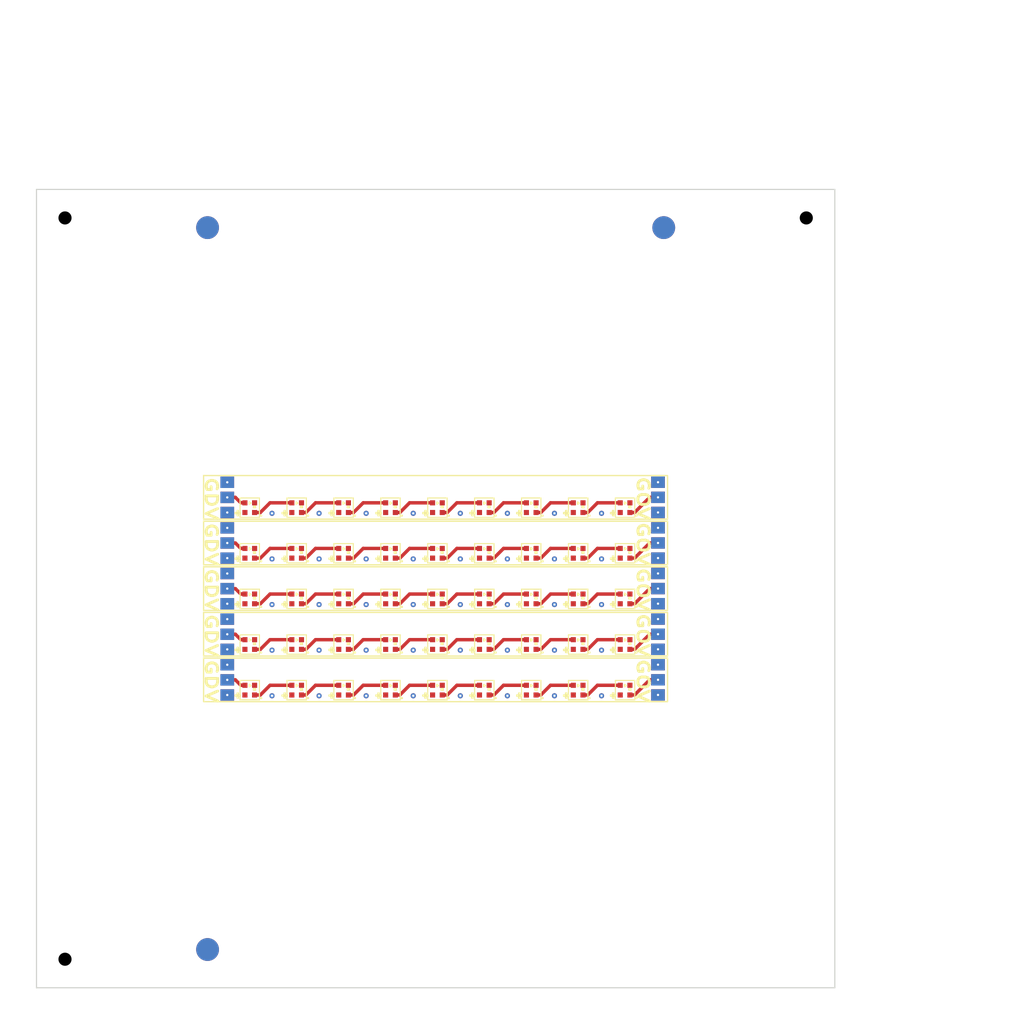
<source format=kicad_pcb>
(kicad_pcb (version 20221018) (generator pcbnew)
  (layers (0 "F.Cu" signal) (31 "B.Cu" signal) (34 "B.Paste" user) (35 "F.Paste" user) (36 "B.SilkS" user "B.Silkscreen") (37 "F.SilkS" user "F.Silkscreen") (38 "B.Mask" user) (39 "F.Mask" user) (44 "Edge.Cuts" user))
  (net 0 "")
  (net 1 "Board_0-+3V3")
  (net 2 "Board_0-GND")
  (net 3 "Board_0-LED_DATA")
  (net 4 "Board_0-LED_OUT")
  (net 5 "Board_0-Net-(U1-DOUT)")
  (net 6 "Board_0-Net-(U2-DOUT)")
  (net 7 "Board_0-Net-(U3-DOUT)")
  (net 8 "Board_0-Net-(U4-DOUT)")
  (net 9 "Board_0-Net-(U5-DOUT)")
  (net 10 "Board_0-Net-(U6-DOUT)")
  (net 11 "Board_0-Net-(U7-DOUT)")
  (net 12 "Board_0-Net-(U8-DOUT)")
  (net 13 "Board_1-+3V3")
  (net 14 "Board_1-GND")
  (net 15 "Board_1-LED_DATA")
  (net 16 "Board_1-LED_OUT")
  (net 17 "Board_1-Net-(U1-DOUT)")
  (net 18 "Board_1-Net-(U2-DOUT)")
  (net 19 "Board_1-Net-(U3-DOUT)")
  (net 20 "Board_1-Net-(U4-DOUT)")
  (net 21 "Board_1-Net-(U5-DOUT)")
  (net 22 "Board_1-Net-(U6-DOUT)")
  (net 23 "Board_1-Net-(U7-DOUT)")
  (net 24 "Board_1-Net-(U8-DOUT)")
  (net 25 "Board_2-+3V3")
  (net 26 "Board_2-GND")
  (net 27 "Board_2-LED_DATA")
  (net 28 "Board_2-LED_OUT")
  (net 29 "Board_2-Net-(U1-DOUT)")
  (net 30 "Board_2-Net-(U2-DOUT)")
  (net 31 "Board_2-Net-(U3-DOUT)")
  (net 32 "Board_2-Net-(U4-DOUT)")
  (net 33 "Board_2-Net-(U5-DOUT)")
  (net 34 "Board_2-Net-(U6-DOUT)")
  (net 35 "Board_2-Net-(U7-DOUT)")
  (net 36 "Board_2-Net-(U8-DOUT)")
  (net 37 "Board_3-+3V3")
  (net 38 "Board_3-GND")
  (net 39 "Board_3-LED_DATA")
  (net 40 "Board_3-LED_OUT")
  (net 41 "Board_3-Net-(U1-DOUT)")
  (net 42 "Board_3-Net-(U2-DOUT)")
  (net 43 "Board_3-Net-(U3-DOUT)")
  (net 44 "Board_3-Net-(U4-DOUT)")
  (net 45 "Board_3-Net-(U5-DOUT)")
  (net 46 "Board_3-Net-(U6-DOUT)")
  (net 47 "Board_3-Net-(U7-DOUT)")
  (net 48 "Board_3-Net-(U8-DOUT)")
  (net 49 "Board_4-+3V3")
  (net 50 "Board_4-GND")
  (net 51 "Board_4-LED_DATA")
  (net 52 "Board_4-LED_OUT")
  (net 53 "Board_4-Net-(U1-DOUT)")
  (net 54 "Board_4-Net-(U2-DOUT)")
  (net 55 "Board_4-Net-(U3-DOUT)")
  (net 56 "Board_4-Net-(U4-DOUT)")
  (net 57 "Board_4-Net-(U5-DOUT)")
  (net 58 "Board_4-Net-(U6-DOUT)")
  (net 59 "Board_4-Net-(U7-DOUT)")
  (net 60 "Board_4-Net-(U8-DOUT)")
  (footprint "kicad_lceda:LED-SMD_4P-L1.0-W1.0-TL_XL-1010RGBC-WS2812B" (layer "F.Cu") (at 144.540663 55.905 180)
    (fp_text reference "U4" hide)
    (fp_text value "XL-1010RGBC-WS2812B")
  )
  (footprint "kicad_lceda:LED-SMD_4P-L1.0-W1.0-TL_XL-1010RGBC-WS2812B" (layer "F.Cu") (at 148.654334 59.905 180)
    (fp_text reference "U5" hide)
    (fp_text value "XL-1010RGBC-WS2812B")
  )
  (footprint "kicad_lceda:TH_Pads_1.2x1_P1.20mml" (layer "F.Cu") (at 130.2275 52.33)
    (fp_text reference "J1" hide)
    (fp_text value "Conn_01x01")
  )
  (footprint "kicad_lceda:LED-SMD_4P-L1.0-W1.0-TL_XL-1010RGBC-WS2812B" (layer "F.Cu") (at 152.768005 63.905 180)
    (fp_text reference "U6" hide)
    (fp_text value "XL-1010RGBC-WS2812B")
  )
  (footprint "kicad_lceda:LED-SMD_4P-L1.0-W1.0-TL_XL-1010RGBC-WS2812B" (layer "F.Cu") (at 144.540663 51.905 180)
    (fp_text reference "U4" hide)
    (fp_text value "XL-1010RGBC-WS2812B")
  )
  (footprint "kicad_lceda:LED-SMD_4P-L1.0-W1.0-TL_XL-1010RGBC-WS2812B" (layer "F.Cu") (at 148.654334 51.905 180)
    (fp_text reference "U5" hide)
    (fp_text value "XL-1010RGBC-WS2812B")
  )
  (footprint "kicad_lceda:LED-SMD_4P-L1.0-W1.0-TL_XL-1010RGBC-WS2812B" (layer "F.Cu") (at 152.768005 51.905 180)
    (fp_text reference "U6" hide)
    (fp_text value "XL-1010RGBC-WS2812B")
  )
  (footprint "kicad_lceda:LED-SMD_4P-L1.0-W1.0-TL_XL-1010RGBC-WS2812B" (layer "F.Cu") (at 136.313321 63.905 180)
    (fp_text reference "U2" hide)
    (fp_text value "XL-1010RGBC-WS2812B")
  )
  (footprint "kicad_lceda:TH_Pads_1.2x1_P1.20mml" (layer "F.Cu") (at 130.2275 49.68 180)
    (fp_text reference "J2" hide)
    (fp_text value "Conn_01x01")
  )
  (footprint "kicad_lceda:LED-SMD_4P-L1.0-W1.0-TL_XL-1010RGBC-WS2812B" (layer "F.Cu") (at 152.768005 59.905 180)
    (fp_text reference "U6" hide)
    (fp_text value "XL-1010RGBC-WS2812B")
  )
  (footprint "kicad_lceda:TH_Pads_1.2x1_P1.20mml" (layer "F.Cu") (at 130.2275 53.68 180)
    (fp_text reference "J2" hide)
    (fp_text value "Conn_01x01")
  )
  (footprint "NPTH" (layer "F.Cu") (at 116 22.5)
    (fp_text reference "REF**" hide)
    (fp_text value "NPTH" hide)
  )
  (footprint "kicad_lceda:LED-SMD_4P-L1.0-W1.0-TL_XL-1010RGBC-WS2812B" (layer "F.Cu") (at 132.19965 63.905 180)
    (fp_text reference "U1" hide)
    (fp_text value "XL-1010RGBC-WS2812B")
  )
  (footprint "kicad_lceda:LED-SMD_4P-L1.0-W1.0-TL_XL-1010RGBC-WS2812B" (layer "F.Cu") (at 160.995347 63.905 180)
    (fp_text reference "U8" hide)
    (fp_text value "XL-1010RGBC-WS2812B")
  )
  (footprint "kicad_lceda:LED-SMD_4P-L1.0-W1.0-TL_XL-1010RGBC-WS2812B" (layer "F.Cu") (at 132.19965 55.905 180)
    (fp_text reference "U1" hide)
    (fp_text value "XL-1010RGBC-WS2812B")
  )
  (footprint "kicad_lceda:TH_Pads_1.2x1_P1.20mml" (layer "F.Cu") (at 167.9975 59)
    (fp_text reference "J4" hide)
    (fp_text value "Conn_01x01")
  )
  (footprint "kicad_lceda:LED-SMD_4P-L1.0-W1.0-TL_XL-1010RGBC-WS2812B" (layer "F.Cu") (at 140.426992 59.905 180)
    (fp_text reference "U3" hide)
    (fp_text value "XL-1010RGBC-WS2812B")
  )
  (footprint "kicad_lceda:LED-SMD_4P-L1.0-W1.0-TL_XL-1010RGBC-WS2812B" (layer "F.Cu") (at 148.654334 47.905 180)
    (fp_text reference "U5" hide)
    (fp_text value "XL-1010RGBC-WS2812B")
  )
  (footprint "kicad_lceda:TH_Pads_1.2x1_P1.20mml" (layer "F.Cu") (at 130.2275 57.68 180)
    (fp_text reference "J2" hide)
    (fp_text value "Conn_01x01")
  )
  (footprint "kicad_lceda:LED-SMD_4P-L1.0-W1.0-TL_XL-1010RGBC-WS2812B" (layer "F.Cu") (at 165.109022 63.905 180)
    (fp_text reference "U9" hide)
    (fp_text value "XL-1010RGBC-WS2812B")
  )
  (footprint "kicad_lceda:TH_Pads_1.2x1_P1.20mml" (layer "F.Cu") (at 130.2275 47.005 180)
    (fp_text reference "J3" hide)
    (fp_text value "Conn_01x01")
  )
  (footprint "kicad_lceda:LED-SMD_4P-L1.0-W1.0-TL_XL-1010RGBC-WS2812B" (layer "F.Cu") (at 144.540663 59.905 180)
    (fp_text reference "U4" hide)
    (fp_text value "XL-1010RGBC-WS2812B")
  )
  (footprint "kicad_lceda:TH_Pads_1.2x1_P1.20mml" (layer "F.Cu") (at 130.2275 64.33)
    (fp_text reference "J1" hide)
    (fp_text value "Conn_01x01")
  )
  (footprint "kicad_lceda:TH_Pads_1.2x1_P1.20mml" (layer "F.Cu") (at 167.9975 64.325)
    (fp_text reference "J5" hide)
    (fp_text value "Conn_01x01")
  )
  (footprint "kicad_lceda:LED-SMD_4P-L1.0-W1.0-TL_XL-1010RGBC-WS2812B" (layer "F.Cu") (at 140.426992 47.905 180)
    (fp_text reference "U3" hide)
    (fp_text value "XL-1010RGBC-WS2812B")
  )
  (footprint "kicad_lceda:LED-SMD_4P-L1.0-W1.0-TL_XL-1010RGBC-WS2812B" (layer "F.Cu") (at 140.426992 63.905 180)
    (fp_text reference "U3" hide)
    (fp_text value "XL-1010RGBC-WS2812B")
  )
  (footprint "kicad_lceda:LED-SMD_4P-L1.0-W1.0-TL_XL-1010RGBC-WS2812B" (layer "F.Cu") (at 144.540663 47.905 180)
    (fp_text reference "U4" hide)
    (fp_text value "XL-1010RGBC-WS2812B")
  )
  (footprint "kicad_lceda:LED-SMD_4P-L1.0-W1.0-TL_XL-1010RGBC-WS2812B" (layer "F.Cu") (at 165.109022 51.905 180)
    (fp_text reference "U9" hide)
    (fp_text value "XL-1010RGBC-WS2812B")
  )
  (footprint "kicad_lceda:TH_Pads_1.2x1_P1.20mml" (layer "F.Cu") (at 167.9975 49.675)
    (fp_text reference "J6" hide)
    (fp_text value "Conn_01x01")
  )
  (footprint "kicad_lceda:LED-SMD_4P-L1.0-W1.0-TL_XL-1010RGBC-WS2812B" (layer "F.Cu") (at 160.995347 59.905 180)
    (fp_text reference "U8" hide)
    (fp_text value "XL-1010RGBC-WS2812B")
  )
  (footprint "kicad_lceda:TH_Pads_1.2x1_P1.20mml" (layer "F.Cu") (at 167.9975 48.325)
    (fp_text reference "J5" hide)
    (fp_text value "Conn_01x01")
  )
  (footprint "kicad_lceda:LED-SMD_4P-L1.0-W1.0-TL_XL-1010RGBC-WS2812B" (layer "F.Cu") (at 136.313321 51.905 180)
    (fp_text reference "U2" hide)
    (fp_text value "XL-1010RGBC-WS2812B")
  )
  (footprint "kicad_lceda:TH_Pads_1.2x1_P1.20mml" (layer "F.Cu") (at 167.9975 63)
    (fp_text reference "J4" hide)
    (fp_text value "Conn_01x01")
  )
  (footprint "kicad_lceda:LED-SMD_4P-L1.0-W1.0-TL_XL-1010RGBC-WS2812B" (layer "F.Cu") (at 156.881676 59.905 180)
    (fp_text reference "U7" hide)
    (fp_text value "XL-1010RGBC-WS2812B")
  )
  (footprint "kicad_lceda:LED-SMD_4P-L1.0-W1.0-TL_XL-1010RGBC-WS2812B" (layer "F.Cu") (at 156.881676 63.905 180)
    (fp_text reference "U7" hide)
    (fp_text value "XL-1010RGBC-WS2812B")
  )
  (footprint "kicad_lceda:LED-SMD_4P-L1.0-W1.0-TL_XL-1010RGBC-WS2812B" (layer "F.Cu") (at 160.995347 47.905 180)
    (fp_text reference "U8" hide)
    (fp_text value "XL-1010RGBC-WS2812B")
  )
  (footprint "kicad_lceda:TH_Pads_1.2x1_P1.20mml" (layer "F.Cu") (at 130.2275 48.33)
    (fp_text reference "J1" hide)
    (fp_text value "Conn_01x01")
  )
  (footprint "Fiducial" (layer "F.Cu") (at 168.5 23.35)
    (fp_text reference "REF**" hide)
    (fp_text value "Fiducial" hide)
  )
  (footprint "kicad_lceda:LED-SMD_4P-L1.0-W1.0-TL_XL-1010RGBC-WS2812B" (layer "F.Cu") (at 136.313321 59.905 180)
    (fp_text reference "U2" hide)
    (fp_text value "XL-1010RGBC-WS2812B")
  )
  (footprint "kicad_lceda:LED-SMD_4P-L1.0-W1.0-TL_XL-1010RGBC-WS2812B" (layer "F.Cu") (at 165.109022 55.905 180)
    (fp_text reference "U9" hide)
    (fp_text value "XL-1010RGBC-WS2812B")
  )
  (footprint "kicad_lceda:LED-SMD_4P-L1.0-W1.0-TL_XL-1010RGBC-WS2812B" (layer "F.Cu") (at 140.426992 55.905 180)
    (fp_text reference "U3" hide)
    (fp_text value "XL-1010RGBC-WS2812B")
  )
  (footprint "kicad_lceda:LED-SMD_4P-L1.0-W1.0-TL_XL-1010RGBC-WS2812B" (layer "F.Cu") (at 148.654334 63.905 180)
    (fp_text reference "U5" hide)
    (fp_text value "XL-1010RGBC-WS2812B")
  )
  (footprint "kicad_lceda:TH_Pads_1.2x1_P1.20mml" (layer "F.Cu") (at 130.2275 51.005 180)
    (fp_text reference "J3" hide)
    (fp_text value "Conn_01x01")
  )
  (footprint "Fiducial" (layer "F.Cu") (at 128.5 86.65)
    (fp_text reference "REF**" hide)
    (fp_text value "Fiducial" hide)
  )
  (footprint "kicad_lceda:TH_Pads_1.2x1_P1.20mml" (layer "F.Cu") (at 130.2275 45.68 180)
    (fp_text reference "J2" hide)
    (fp_text value "Conn_01x01")
  )
  (footprint "NPTH" (layer "F.Cu") (at 181 22.5)
    (fp_text reference "REF**" hide)
    (fp_text value "NPTH" hide)
  )
  (footprint "kicad_lceda:LED-SMD_4P-L1.0-W1.0-TL_XL-1010RGBC-WS2812B" (layer "F.Cu") (at 165.109022 47.905 180)
    (fp_text reference "U9" hide)
    (fp_text value "XL-1010RGBC-WS2812B")
  )
  (footprint "kicad_lceda:TH_Pads_1.2x1_P1.20mml" (layer "F.Cu") (at 167.9975 60.325)
    (fp_text reference "J5" hide)
    (fp_text value "Conn_01x01")
  )
  (footprint "kicad_lceda:TH_Pads_1.2x1_P1.20mml" (layer "F.Cu") (at 167.9975 56.325)
    (fp_text reference "J5" hide)
    (fp_text value "Conn_01x01")
  )
  (footprint "kicad_lceda:TH_Pads_1.2x1_P1.20mml" (layer "F.Cu") (at 130.2275 55.005 180)
    (fp_text reference "J3" hide)
    (fp_text value "Conn_01x01")
  )
  (footprint "kicad_lceda:TH_Pads_1.2x1_P1.20mml" (layer "F.Cu") (at 167.9975 51)
    (fp_text reference "J4" hide)
    (fp_text value "Conn_01x01")
  )
  (footprint "kicad_lceda:TH_Pads_1.2x1_P1.20mml" (layer "F.Cu") (at 167.9975 45.675)
    (fp_text reference "J6" hide)
    (fp_text value "Conn_01x01")
  )
  (footprint "kicad_lceda:TH_Pads_1.2x1_P1.20mml" (layer "F.Cu") (at 167.9975 53.675)
    (fp_text reference "J6" hide)
    (fp_text value "Conn_01x01")
  )
  (footprint "NPTH" (layer "F.Cu") (at 116 87.5)
    (fp_text reference "REF**" hide)
    (fp_text value "NPTH" hide)
  )
  (footprint "kicad_lceda:TH_Pads_1.2x1_P1.20mml" (layer "F.Cu") (at 130.2275 59.005 180)
    (fp_text reference "J3" hide)
    (fp_text value "Conn_01x01")
  )
  (footprint "kicad_lceda:LED-SMD_4P-L1.0-W1.0-TL_XL-1010RGBC-WS2812B" (layer "F.Cu") (at 148.654334 55.905 180)
    (fp_text reference "U5" hide)
    (fp_text value "XL-1010RGBC-WS2812B")
  )
  (footprint "kicad_lceda:LED-SMD_4P-L1.0-W1.0-TL_XL-1010RGBC-WS2812B" (layer "F.Cu") (at 165.109022 59.905 180)
    (fp_text reference "U9" hide)
    (fp_text value "XL-1010RGBC-WS2812B")
  )
  (footprint "kicad_lceda:TH_Pads_1.2x1_P1.20mml" (layer "F.Cu") (at 130.2275 60.33)
    (fp_text reference "J1" hide)
    (fp_text value "Conn_01x01")
  )
  (footprint "kicad_lceda:LED-SMD_4P-L1.0-W1.0-TL_XL-1010RGBC-WS2812B" (layer "F.Cu") (at 156.881676 55.905 180)
    (fp_text reference "U7" hide)
    (fp_text value "XL-1010RGBC-WS2812B")
  )
  (footprint "kicad_lceda:LED-SMD_4P-L1.0-W1.0-TL_XL-1010RGBC-WS2812B" (layer "F.Cu") (at 160.995347 55.905 180)
    (fp_text reference "U8" hide)
    (fp_text value "XL-1010RGBC-WS2812B")
  )
  (footprint "kicad_lceda:TH_Pads_1.2x1_P1.20mml" (layer "F.Cu") (at 130.2275 61.68 180)
    (fp_text reference "J2" hide)
    (fp_text value "Conn_01x01")
  )
  (footprint "kicad_lceda:TH_Pads_1.2x1_P1.20mml" (layer "F.Cu") (at 167.9975 61.675)
    (fp_text reference "J6" hide)
    (fp_text value "Conn_01x01")
  )
  (footprint "kicad_lceda:TH_Pads_1.2x1_P1.20mml" (layer "F.Cu") (at 130.2275 63.005 180)
    (fp_text reference "J3" hide)
    (fp_text value "Conn_01x01")
  )
  (footprint "kicad_lceda:LED-SMD_4P-L1.0-W1.0-TL_XL-1010RGBC-WS2812B" (layer "F.Cu") (at 160.995347 51.905 180)
    (fp_text reference "U8" hide)
    (fp_text value "XL-1010RGBC-WS2812B")
  )
  (footprint "kicad_lceda:LED-SMD_4P-L1.0-W1.0-TL_XL-1010RGBC-WS2812B" (layer "F.Cu") (at 140.426992 51.905 180)
    (fp_text reference "U3" hide)
    (fp_text value "XL-1010RGBC-WS2812B")
  )
  (footprint "kicad_lceda:LED-SMD_4P-L1.0-W1.0-TL_XL-1010RGBC-WS2812B" (layer "F.Cu") (at 152.768005 47.905 180)
    (fp_text reference "U6" hide)
    (fp_text value "XL-1010RGBC-WS2812B")
  )
  (footprint "kicad_lceda:LED-SMD_4P-L1.0-W1.0-TL_XL-1010RGBC-WS2812B" (layer "F.Cu") (at 136.313321 47.905 180)
    (fp_text reference "U2" hide)
    (fp_text value "XL-1010RGBC-WS2812B")
  )
  (footprint "kicad_lceda:LED-SMD_4P-L1.0-W1.0-TL_XL-1010RGBC-WS2812B" (layer "F.Cu") (at 156.881676 47.905 180)
    (fp_text reference "U7" hide)
    (fp_text value "XL-1010RGBC-WS2812B")
  )
  (footprint "kicad_lceda:TH_Pads_1.2x1_P1.20mml" (layer "F.Cu") (at 167.9975 55)
    (fp_text reference "J4" hide)
    (fp_text value "Conn_01x01")
  )
  (footprint "kicad_lceda:TH_Pads_1.2x1_P1.20mml" (layer "F.Cu") (at 167.9975 47)
    (fp_text reference "J4" hide)
    (fp_text value "Conn_01x01")
  )
  (footprint "Fiducial" (layer "F.Cu") (at 128.5 23.35)
    (fp_text reference "REF**" hide)
    (fp_text value "Fiducial" hide)
  )
  (footprint "kicad_lceda:TH_Pads_1.2x1_P1.20mml" (layer "F.Cu") (at 130.2275 56.33)
    (fp_text reference "J1" hide)
    (fp_text value "Conn_01x01")
  )
  (footprint "kicad_lceda:LED-SMD_4P-L1.0-W1.0-TL_XL-1010RGBC-WS2812B" (layer "F.Cu") (at 152.768005 55.905 180)
    (fp_text reference "U6" hide)
    (fp_text value "XL-1010RGBC-WS2812B")
  )
  (footprint "kicad_lceda:LED-SMD_4P-L1.0-W1.0-TL_XL-1010RGBC-WS2812B" (layer "F.Cu") (at 136.313321 55.905 180)
    (fp_text reference "U2" hide)
    (fp_text value "XL-1010RGBC-WS2812B")
  )
  (footprint "kicad_lceda:LED-SMD_4P-L1.0-W1.0-TL_XL-1010RGBC-WS2812B" (layer "F.Cu") (at 144.540663 63.905 180)
    (fp_text reference "U4" hide)
    (fp_text value "XL-1010RGBC-WS2812B")
  )
  (footprint "kicad_lceda:LED-SMD_4P-L1.0-W1.0-TL_XL-1010RGBC-WS2812B" (layer "F.Cu") (at 132.19965 47.905 180)
    (fp_text reference "U1" hide)
    (fp_text value "XL-1010RGBC-WS2812B")
  )
  (footprint "kicad_lceda:LED-SMD_4P-L1.0-W1.0-TL_XL-1010RGBC-WS2812B" (layer "F.Cu") (at 132.19965 59.905 180)
    (fp_text reference "U1" hide)
    (fp_text value "XL-1010RGBC-WS2812B")
  )
  (footprint "kicad_lceda:LED-SMD_4P-L1.0-W1.0-TL_XL-1010RGBC-WS2812B" (layer "F.Cu") (at 132.19965 51.905 180)
    (fp_text reference "U1" hide)
    (fp_text value "XL-1010RGBC-WS2812B")
  )
  (footprint "kicad_lceda:TH_Pads_1.2x1_P1.20mml" (layer "F.Cu") (at 167.9975 52.325)
    (fp_text reference "J5" hide)
    (fp_text value "Conn_01x01")
  )
  (footprint "kicad_lceda:LED-SMD_4P-L1.0-W1.0-TL_XL-1010RGBC-WS2812B" (layer "F.Cu") (at 156.881676 51.905 180)
    (fp_text reference "U7" hide)
    (fp_text value "XL-1010RGBC-WS2812B")
  )
  (footprint "kicad_lceda:TH_Pads_1.2x1_P1.20mml" (layer "F.Cu") (at 167.9975 57.675)
    (fp_text reference "J6" hide)
    (fp_text value "Conn_01x01")
  )
  (footprint "Fiducial" (layer "B.Cu") (at 128.5 86.65)
    (fp_text reference "REF**" hide)
    (fp_text value "Fiducial" hide)
  )
  (footprint "Fiducial" (layer "B.Cu") (at 168.5 23.35)
    (fp_text reference "REF**" hide)
    (fp_text value "Fiducial" hide)
  )
  (footprint "Fiducial" (layer "B.Cu") (at 128.5 23.35)
    (fp_text reference "REF**" hide)
    (fp_text value "Fiducial" hide)
  )
  (gr_rect (start 128.1525 53.09) (end 168.8325 56.915) (stroke (width 0.12)) (fill none) (layer "F.SilkS"))
  (gr_rect (start 128.1525 57.09) (end 168.8325 60.915) (stroke (width 0.12)) (fill none) (layer "F.SilkS"))
  (gr_rect (start 128.1525 45.09) (end 168.8325 48.915) (stroke (width 0.12)) (fill none) (layer "F.SilkS"))
  (gr_rect (start 128.1525 61.09) (end 168.8325 64.915) (stroke (width 0.12)) (fill none) (layer "F.SilkS"))
  (gr_rect (start 128.1525 49.09) (end 168.8325 52.915) (stroke (width 0.12)) (fill none) (layer "F.SilkS"))
  (gr_line (start 113.5 90) (end 183.5 90) (stroke (width 0.1)) (layer "Edge.Cuts"))
  (gr_line (start 183.5 20) (end 113.5 20) (stroke (width 0.1)) (layer "Edge.Cuts"))
  (gr_line (start 113.5 20) (end 113.5 90) (stroke (width 0.1)) (layer "Edge.Cuts"))
  (gr_line (start 183.5 90) (end 183.5 20) (stroke (width 0.1)) (layer "Edge.Cuts"))
  (gr_line (start 113.5 90) (end 113.5 90) (stroke (width 0.1)) (layer "Edge.Cuts"))
  (gr_text "GDV" (at 128.2475 57.1 -90) (layer "F.SilkS") (effects (font (size 1 1.3) (thickness 0.25) bold) (justify left bottom)))
  (gr_text "GOV" (at 166.0975 45.04 -90) (layer "F.SilkS") (effects (font (size 1 1.3) (thickness 0.25) bold) (justify left bottom)))
  (gr_text "GOV" (at 166.0975 61.04 -90) (layer "F.SilkS") (effects (font (size 1 1.3) (thickness 0.25) bold) (justify left bottom)))
  (gr_text "GDV" (at 128.2475 45.1 -90) (layer "F.SilkS") (effects (font (size 1 1.3) (thickness 0.25) bold) (justify left bottom)))
  (gr_text "GOV" (at 166.0975 53.04 -90) (layer "F.SilkS") (effects (font (size 1 1.3) (thickness 0.25) bold) (justify left bottom)))
  (gr_text "GDV" (at 128.2475 53.1 -90) (layer "F.SilkS") (effects (font (size 1 1.3) (thickness 0.25) bold) (justify left bottom)))
  (gr_text "GDV" (at 128.2475 61.1 -90) (layer "F.SilkS") (effects (font (size 1 1.3) (thickness 0.25) bold) (justify left bottom)))
  (gr_text "GDV" (at 128.2475 49.1 -90) (layer "F.SilkS") (effects (font (size 1 1.3) (thickness 0.25) bold) (justify left bottom)))
  (gr_text "GOV" (at 166.0975 57.04 -90) (layer "F.SilkS") (effects (font (size 1 1.3) (thickness 0.25) bold) (justify left bottom)))
  (gr_text "GOV" (at 166.0975 49.04 -90) (layer "F.SilkS") (effects (font (size 1 1.3) (thickness 0.25) bold) (justify left bottom)))
  (via (at 134.150663 48.4) (size 0.45) (drill 0.2) (layers "F.Cu" "B.Cu") (net 1))
  (via (at 163.045663 48.4) (size 0.45) (drill 0.2) (layers "F.Cu" "B.Cu") (net 1))
  (via (at 150.662091 48.4) (size 0.45) (drill 0.2) (layers "F.Cu" "B.Cu") (net 1))
  (via (at 146.534234 48.4) (size 0.45) (drill 0.2) (layers "F.Cu" "B.Cu") (net 1))
  (via (at 138.27852 48.4) (size 0.45) (drill 0.2) (layers "F.Cu" "B.Cu") (net 1))
  (via (at 154.789948 48.4) (size 0.45) (drill 0.2) (layers "F.Cu" "B.Cu") (net 1))
  (via (at 158.917805 48.4) (size 0.45) (drill 0.2) (layers "F.Cu" "B.Cu") (net 1))
  (via (at 142.406377 48.4) (size 0.45) (drill 0.2) (layers "F.Cu" "B.Cu") (net 1))
  (segment (start 131.415663 47.48) (end 131.77465 47.48) (width 0.3) (layer "F.Cu") (net 3))
  (segment (start 130.2275 47.005) (end 130.940663 47.005) (width 0.3) (layer "F.Cu") (net 3))
  (segment (start 130.940663 47.005) (end 131.415663 47.48) (width 0.3) (layer "F.Cu") (net 3))
  (segment (start 167.270663 47) (end 167.9975 47) (width 0.3) (layer "F.Cu") (net 4))
  (segment (start 165.534022 48.33) (end 165.940663 48.33) (width 0.3) (layer "F.Cu") (net 4))
  (segment (start 165.940663 48.33) (end 167.270663 47) (width 0.3) (layer "F.Cu") (net 4))
  (segment (start 133.125663 48.33) (end 133.975663 47.48) (width 0.3) (layer "F.Cu") (net 5))
  (segment (start 133.975663 47.48) (end 135.888321 47.48) (width 0.3) (layer "F.Cu") (net 5))
  (segment (start 132.62465 48.33) (end 133.125663 48.33) (width 0.3) (layer "F.Cu") (net 5))
  (segment (start 137.965663 47.48) (end 140.001992 47.48) (width 0.3) (layer "F.Cu") (net 6))
  (segment (start 137.115663 48.33) (end 137.965663 47.48) (width 0.3) (layer "F.Cu") (net 6))
  (segment (start 136.738321 48.33) (end 137.115663 48.33) (width 0.3) (layer "F.Cu") (net 6))
  (segment (start 142.145663 47.48) (end 144.115663 47.48) (width 0.3) (layer "F.Cu") (net 7))
  (segment (start 140.851992 48.33) (end 141.295663 48.33) (width 0.3) (layer "F.Cu") (net 7))
  (segment (start 141.295663 48.33) (end 142.145663 47.48) (width 0.3) (layer "F.Cu") (net 7))
  (segment (start 145.360663 48.33) (end 146.210663 47.48) (width 0.3) (layer "F.Cu") (net 8))
  (segment (start 146.210663 47.48) (end 148.229334 47.48) (width 0.3) (layer "F.Cu") (net 8))
  (segment (start 144.965663 48.33) (end 145.360663 48.33) (width 0.3) (layer "F.Cu") (net 8))
  (segment (start 149.079334 48.33) (end 149.510663 48.33) (width 0.3) (layer "F.Cu") (net 9))
  (segment (start 150.360663 47.48) (end 152.343005 47.48) (width 0.3) (layer "F.Cu") (net 9))
  (segment (start 149.510663 48.33) (end 150.360663 47.48) (width 0.3) (layer "F.Cu") (net 9))
  (segment (start 154.450663 47.48) (end 156.456676 47.48) (width 0.3) (layer "F.Cu") (net 10))
  (segment (start 153.193005 48.33) (end 153.600663 48.33) (width 0.3) (layer "F.Cu") (net 10))
  (segment (start 153.600663 48.33) (end 154.450663 47.48) (width 0.3) (layer "F.Cu") (net 10))
  (segment (start 157.306676 48.33) (end 157.720663 48.33) (width 0.3) (layer "F.Cu") (net 11))
  (segment (start 157.720663 48.33) (end 158.570663 47.48) (width 0.3) (layer "F.Cu") (net 11))
  (segment (start 158.570663 47.48) (end 160.570347 47.48) (width 0.3) (layer "F.Cu") (net 11))
  (segment (start 161.835663 48.33) (end 162.685663 47.48) (width 0.3) (layer "F.Cu") (net 12))
  (segment (start 162.685663 47.48) (end 164.684022 47.48) (width 0.3) (layer "F.Cu") (net 12))
  (segment (start 161.420347 48.33) (end 161.835663 48.33) (width 0.3) (layer "F.Cu") (net 12))
  (via (at 150.662091 52.4) (size 0.45) (drill 0.2) (layers "F.Cu" "B.Cu") (net 13))
  (via (at 158.917805 52.4) (size 0.45) (drill 0.2) (layers "F.Cu" "B.Cu") (net 13))
  (via (at 146.534234 52.4) (size 0.45) (drill 0.2) (layers "F.Cu" "B.Cu") (net 13))
  (via (at 138.27852 52.4) (size 0.45) (drill 0.2) (layers "F.Cu" "B.Cu") (net 13))
  (via (at 154.789948 52.4) (size 0.45) (drill 0.2) (layers "F.Cu" "B.Cu") (net 13))
  (via (at 142.406377 52.4) (size 0.45) (drill 0.2) (layers "F.Cu" "B.Cu") (net 13))
  (via (at 163.045663 52.4) (size 0.45) (drill 0.2) (layers "F.Cu" "B.Cu") (net 13))
  (via (at 134.150663 52.4) (size 0.45) (drill 0.2) (layers "F.Cu" "B.Cu") (net 13))
  (segment (start 131.415663 51.48) (end 131.77465 51.48) (width 0.3) (layer "F.Cu") (net 15))
  (segment (start 130.940663 51.005) (end 131.415663 51.48) (width 0.3) (layer "F.Cu") (net 15))
  (segment (start 130.2275 51.005) (end 130.940663 51.005) (width 0.3) (layer "F.Cu") (net 15))
  (segment (start 165.534022 52.33) (end 165.940663 52.33) (width 0.3) (layer "F.Cu") (net 16))
  (segment (start 165.940663 52.33) (end 167.270663 51) (width 0.3) (layer "F.Cu") (net 16))
  (segment (start 167.270663 51) (end 167.9975 51) (width 0.3) (layer "F.Cu") (net 16))
  (segment (start 133.975663 51.48) (end 135.888321 51.48) (width 0.3) (layer "F.Cu") (net 17))
  (segment (start 132.62465 52.33) (end 133.125663 52.33) (width 0.3) (layer "F.Cu") (net 17))
  (segment (start 133.125663 52.33) (end 133.975663 51.48) (width 0.3) (layer "F.Cu") (net 17))
  (segment (start 137.965663 51.48) (end 140.001992 51.48) (width 0.3) (layer "F.Cu") (net 18))
  (segment (start 137.115663 52.33) (end 137.965663 51.48) (width 0.3) (layer "F.Cu") (net 18))
  (segment (start 136.738321 52.33) (end 137.115663 52.33) (width 0.3) (layer "F.Cu") (net 18))
  (segment (start 141.295663 52.33) (end 142.145663 51.48) (width 0.3) (layer "F.Cu") (net 19))
  (segment (start 142.145663 51.48) (end 144.115663 51.48) (width 0.3) (layer "F.Cu") (net 19))
  (segment (start 140.851992 52.33) (end 141.295663 52.33) (width 0.3) (layer "F.Cu") (net 19))
  (segment (start 144.965663 52.33) (end 145.360663 52.33) (width 0.3) (layer "F.Cu") (net 20))
  (segment (start 145.360663 52.33) (end 146.210663 51.48) (width 0.3) (layer "F.Cu") (net 20))
  (segment (start 146.210663 51.48) (end 148.229334 51.48) (width 0.3) (layer "F.Cu") (net 20))
  (segment (start 149.079334 52.33) (end 149.510663 52.33) (width 0.3) (layer "F.Cu") (net 21))
  (segment (start 150.360663 51.48) (end 152.343005 51.48) (width 0.3) (layer "F.Cu") (net 21))
  (segment (start 149.510663 52.33) (end 150.360663 51.48) (width 0.3) (layer "F.Cu") (net 21))
  (segment (start 153.600663 52.33) (end 154.450663 51.48) (width 0.3) (layer "F.Cu") (net 22))
  (segment (start 154.450663 51.48) (end 156.456676 51.48) (width 0.3) (layer "F.Cu") (net 22))
  (segment (start 153.193005 52.33) (end 153.600663 52.33) (width 0.3) (layer "F.Cu") (net 22))
  (segment (start 157.306676 52.33) (end 157.720663 52.33) (width 0.3) (layer "F.Cu") (net 23))
  (segment (start 158.570663 51.48) (end 160.570347 51.48) (width 0.3) (layer "F.Cu") (net 23))
  (segment (start 157.720663 52.33) (end 158.570663 51.48) (width 0.3) (layer "F.Cu") (net 23))
  (segment (start 162.685663 51.48) (end 164.684022 51.48) (width 0.3) (layer "F.Cu") (net 24))
  (segment (start 161.420347 52.33) (end 161.835663 52.33) (width 0.3) (layer "F.Cu") (net 24))
  (segment (start 161.835663 52.33) (end 162.685663 51.48) (width 0.3) (layer "F.Cu") (net 24))
  (via (at 146.534234 56.4) (size 0.45) (drill 0.2) (layers "F.Cu" "B.Cu") (net 25))
  (via (at 158.917805 56.4) (size 0.45) (drill 0.2) (layers "F.Cu" "B.Cu") (net 25))
  (via (at 150.662091 56.4) (size 0.45) (drill 0.2) (layers "F.Cu" "B.Cu") (net 25))
  (via (at 134.150663 56.4) (size 0.45) (drill 0.2) (layers "F.Cu" "B.Cu") (net 25))
  (via (at 154.789948 56.4) (size 0.45) (drill 0.2) (layers "F.Cu" "B.Cu") (net 25))
  (via (at 142.406377 56.4) (size 0.45) (drill 0.2) (layers "F.Cu" "B.Cu") (net 25))
  (via (at 163.045663 56.4) (size 0.45) (drill 0.2) (layers "F.Cu" "B.Cu") (net 25))
  (via (at 138.27852 56.4) (size 0.45) (drill 0.2) (layers "F.Cu" "B.Cu") (net 25))
  (segment (start 131.415663 55.48) (end 131.77465 55.48) (width 0.3) (layer "F.Cu") (net 27))
  (segment (start 130.2275 55.005) (end 130.940663 55.005) (width 0.3) (layer "F.Cu") (net 27))
  (segment (start 130.940663 55.005) (end 131.415663 55.48) (width 0.3) (layer "F.Cu") (net 27))
  (segment (start 165.940663 56.33) (end 167.270663 55) (width 0.3) (layer "F.Cu") (net 28))
  (segment (start 165.534022 56.33) (end 165.940663 56.33) (width 0.3) (layer "F.Cu") (net 28))
  (segment (start 167.270663 55) (end 167.9975 55) (width 0.3) (layer "F.Cu") (net 28))
  (segment (start 133.975663 55.48) (end 135.888321 55.48) (width 0.3) (layer "F.Cu") (net 29))
  (segment (start 133.125663 56.33) (end 133.975663 55.48) (width 0.3) (layer "F.Cu") (net 29))
  (segment (start 132.62465 56.33) (end 133.125663 56.33) (width 0.3) (layer "F.Cu") (net 29))
  (segment (start 137.115663 56.33) (end 137.965663 55.48) (width 0.3) (layer "F.Cu") (net 30))
  (segment (start 136.738321 56.33) (end 137.115663 56.33) (width 0.3) (layer "F.Cu") (net 30))
  (segment (start 137.965663 55.48) (end 140.001992 55.48) (width 0.3) (layer "F.Cu") (net 30))
  (segment (start 141.295663 56.33) (end 142.145663 55.48) (width 0.3) (layer "F.Cu") (net 31))
  (segment (start 140.851992 56.33) (end 141.295663 56.33) (width 0.3) (layer "F.Cu") (net 31))
  (segment (start 142.145663 55.48) (end 144.115663 55.48) (width 0.3) (layer "F.Cu") (net 31))
  (segment (start 144.965663 56.33) (end 145.360663 56.33) (width 0.3) (layer "F.Cu") (net 32))
  (segment (start 145.360663 56.33) (end 146.210663 55.48) (width 0.3) (layer "F.Cu") (net 32))
  (segment (start 146.210663 55.48) (end 148.229334 55.48) (width 0.3) (layer "F.Cu") (net 32))
  (segment (start 149.510663 56.33) (end 150.360663 55.48) (width 0.3) (layer "F.Cu") (net 33))
  (segment (start 150.360663 55.48) (end 152.343005 55.48) (width 0.3) (layer "F.Cu") (net 33))
  (segment (start 149.079334 56.33) (end 149.510663 56.33) (width 0.3) (layer "F.Cu") (net 33))
  (segment (start 154.450663 55.48) (end 156.456676 55.48) (width 0.3) (layer "F.Cu") (net 34))
  (segment (start 153.600663 56.33) (end 154.450663 55.48) (width 0.3) (layer "F.Cu") (net 34))
  (segment (start 153.193005 56.33) (end 153.600663 56.33) (width 0.3) (layer "F.Cu") (net 34))
  (segment (start 158.570663 55.48) (end 160.570347 55.48) (width 0.3) (layer "F.Cu") (net 35))
  (segment (start 157.720663 56.33) (end 158.570663 55.48) (width 0.3) (layer "F.Cu") (net 35))
  (segment (start 157.306676 56.33) (end 157.720663 56.33) (width 0.3) (layer "F.Cu") (net 35))
  (segment (start 161.420347 56.33) (end 161.835663 56.33) (width 0.3) (layer "F.Cu") (net 36))
  (segment (start 162.685663 55.48) (end 164.684022 55.48) (width 0.3) (layer "F.Cu") (net 36))
  (segment (start 161.835663 56.33) (end 162.685663 55.48) (width 0.3) (layer "F.Cu") (net 36))
  (via (at 142.406377 60.4) (size 0.45) (drill 0.2) (layers "F.Cu" "B.Cu") (net 37))
  (via (at 154.789948 60.4) (size 0.45) (drill 0.2) (layers "F.Cu" "B.Cu") (net 37))
  (via (at 134.150663 60.4) (size 0.45) (drill 0.2) (layers "F.Cu" "B.Cu") (net 37))
  (via (at 146.534234 60.4) (size 0.45) (drill 0.2) (layers "F.Cu" "B.Cu") (net 37))
  (via (at 163.045663 60.4) (size 0.45) (drill 0.2) (layers "F.Cu" "B.Cu") (net 37))
  (via (at 150.662091 60.4) (size 0.45) (drill 0.2) (layers "F.Cu" "B.Cu") (net 37))
  (via (at 158.917805 60.4) (size 0.45) (drill 0.2) (layers "F.Cu" "B.Cu") (net 37))
  (via (at 138.27852 60.4) (size 0.45) (drill 0.2) (layers "F.Cu" "B.Cu") (net 37))
  (segment (start 130.2275 59.005) (end 130.940663 59.005) (width 0.3) (layer "F.Cu") (net 39))
  (segment (start 130.940663 59.005) (end 131.415663 59.48) (width 0.3) (layer "F.Cu") (net 39))
  (segment (start 131.415663 59.48) (end 131.77465 59.48) (width 0.3) (layer "F.Cu") (net 39))
  (segment (start 165.534022 60.33) (end 165.940663 60.33) (width 0.3) (layer "F.Cu") (net 40))
  (segment (start 167.270663 59) (end 167.9975 59) (width 0.3) (layer "F.Cu") (net 40))
  (segment (start 165.940663 60.33) (end 167.270663 59) (width 0.3) (layer "F.Cu") (net 40))
  (segment (start 132.62465 60.33) (end 133.125663 60.33) (width 0.3) (layer "F.Cu") (net 41))
  (segment (start 133.125663 60.33) (end 133.975663 59.48) (width 0.3) (layer "F.Cu") (net 41))
  (segment (start 133.975663 59.48) (end 135.888321 59.48) (width 0.3) (layer "F.Cu") (net 41))
  (segment (start 137.965663 59.48) (end 140.001992 59.48) (width 0.3) (layer "F.Cu") (net 42))
  (segment (start 136.738321 60.33) (end 137.115663 60.33) (width 0.3) (layer "F.Cu") (net 42))
  (segment (start 137.115663 60.33) (end 137.965663 59.48) (width 0.3) (layer "F.Cu") (net 42))
  (segment (start 141.295663 60.33) (end 142.145663 59.48) (width 0.3) (layer "F.Cu") (net 43))
  (segment (start 140.851992 60.33) (end 141.295663 60.33) (width 0.3) (layer "F.Cu") (net 43))
  (segment (start 142.145663 59.48) (end 144.115663 59.48) (width 0.3) (layer "F.Cu") (net 43))
  (segment (start 144.965663 60.33) (end 145.360663 60.33) (width 0.3) (layer "F.Cu") (net 44))
  (segment (start 145.360663 60.33) (end 146.210663 59.48) (width 0.3) (layer "F.Cu") (net 44))
  (segment (start 146.210663 59.48) (end 148.229334 59.48) (width 0.3) (layer "F.Cu") (net 44))
  (segment (start 149.510663 60.33) (end 150.360663 59.48) (width 0.3) (layer "F.Cu") (net 45))
  (segment (start 149.079334 60.33) (end 149.510663 60.33) (width 0.3) (layer "F.Cu") (net 45))
  (segment (start 150.360663 59.48) (end 152.343005 59.48) (width 0.3) (layer "F.Cu") (net 45))
  (segment (start 153.193005 60.33) (end 153.600663 60.33) (width 0.3) (layer "F.Cu") (net 46))
  (segment (start 154.450663 59.48) (end 156.456676 59.48) (width 0.3) (layer "F.Cu") (net 46))
  (segment (start 153.600663 60.33) (end 154.450663 59.48) (width 0.3) (layer "F.Cu") (net 46))
  (segment (start 157.306676 60.33) (end 157.720663 60.33) (width 0.3) (layer "F.Cu") (net 47))
  (segment (start 158.570663 59.48) (end 160.570347 59.48) (width 0.3) (layer "F.Cu") (net 47))
  (segment (start 157.720663 60.33) (end 158.570663 59.48) (width 0.3) (layer "F.Cu") (net 47))
  (segment (start 161.835663 60.33) (end 162.685663 59.48) (width 0.3) (layer "F.Cu") (net 48))
  (segment (start 161.420347 60.33) (end 161.835663 60.33) (width 0.3) (layer "F.Cu") (net 48))
  (segment (start 162.685663 59.48) (end 164.684022 59.48) (width 0.3) (layer "F.Cu") (net 48))
  (via (at 150.662091 64.4) (size 0.45) (drill 0.2) (layers "F.Cu" "B.Cu") (net 49))
  (via (at 158.917805 64.4) (size 0.45) (drill 0.2) (layers "F.Cu" "B.Cu") (net 49))
  (via (at 134.150663 64.4) (size 0.45) (drill 0.2) (layers "F.Cu" "B.Cu") (net 49))
  (via (at 163.045663 64.4) (size 0.45) (drill 0.2) (layers "F.Cu" "B.Cu") (net 49))
  (via (at 142.406377 64.4) (size 0.45) (drill 0.2) (layers "F.Cu" "B.Cu") (net 49))
  (via (at 138.27852 64.4) (size 0.45) (drill 0.2) (layers "F.Cu" "B.Cu") (net 49))
  (via (at 146.534234 64.4) (size 0.45) (drill 0.2) (layers "F.Cu" "B.Cu") (net 49))
  (via (at 154.789948 64.4) (size 0.45) (drill 0.2) (layers "F.Cu" "B.Cu") (net 49))
  (segment (start 130.2275 63.005) (end 130.940663 63.005) (width 0.3) (layer "F.Cu") (net 51))
  (segment (start 131.415663 63.48) (end 131.77465 63.48) (width 0.3) (layer "F.Cu") (net 51))
  (segment (start 130.940663 63.005) (end 131.415663 63.48) (width 0.3) (layer "F.Cu") (net 51))
  (segment (start 167.270663 63) (end 167.9975 63) (width 0.3) (layer "F.Cu") (net 52))
  (segment (start 165.940663 64.33) (end 167.270663 63) (width 0.3) (layer "F.Cu") (net 52))
  (segment (start 165.534022 64.33) (end 165.940663 64.33) (width 0.3) (layer "F.Cu") (net 52))
  (segment (start 133.975663 63.48) (end 135.888321 63.48) (width 0.3) (layer "F.Cu") (net 53))
  (segment (start 132.62465 64.33) (end 133.125663 64.33) (width 0.3) (layer "F.Cu") (net 53))
  (segment (start 133.125663 64.33) (end 133.975663 63.48) (width 0.3) (layer "F.Cu") (net 53))
  (segment (start 137.115663 64.33) (end 137.965663 63.48) (width 0.3) (layer "F.Cu") (net 54))
  (segment (start 137.965663 63.48) (end 140.001992 63.48) (width 0.3) (layer "F.Cu") (net 54))
  (segment (start 136.738321 64.33) (end 137.115663 64.33) (width 0.3) (layer "F.Cu") (net 54))
  (segment (start 141.295663 64.33) (end 142.145663 63.48) (width 0.3) (layer "F.Cu") (net 55))
  (segment (start 142.145663 63.48) (end 144.115663 63.48) (width 0.3) (layer "F.Cu") (net 55))
  (segment (start 140.851992 64.33) (end 141.295663 64.33) (width 0.3) (layer "F.Cu") (net 55))
  (segment (start 146.210663 63.48) (end 148.229334 63.48) (width 0.3) (layer "F.Cu") (net 56))
  (segment (start 144.965663 64.33) (end 145.360663 64.33) (width 0.3) (layer "F.Cu") (net 56))
  (segment (start 145.360663 64.33) (end 146.210663 63.48) (width 0.3) (layer "F.Cu") (net 56))
  (segment (start 150.360663 63.48) (end 152.343005 63.48) (width 0.3) (layer "F.Cu") (net 57))
  (segment (start 149.079334 64.33) (end 149.510663 64.33) (width 0.3) (layer "F.Cu") (net 57))
  (segment (start 149.510663 64.33) (end 150.360663 63.48) (width 0.3) (layer "F.Cu") (net 57))
  (segment (start 154.450663 63.48) (end 156.456676 63.48) (width 0.3) (layer "F.Cu") (net 58))
  (segment (start 153.193005 64.33) (end 153.600663 64.33) (width 0.3) (layer "F.Cu") (net 58))
  (segment (start 153.600663 64.33) (end 154.450663 63.48) (width 0.3) (layer "F.Cu") (net 58))
  (segment (start 157.720663 64.33) (end 158.570663 63.48) (width 0.3) (layer "F.Cu") (net 59))
  (segment (start 158.570663 63.48) (end 160.570347 63.48) (width 0.3) (layer "F.Cu") (net 59))
  (segment (start 157.306676 64.33) (end 157.720663 64.33) (width 0.3) (layer "F.Cu") (net 59))
  (segment (start 162.685663 63.48) (end 164.684022 63.48) (width 0.3) (layer "F.Cu") (net 60))
  (segment (start 161.835663 64.33) (end 162.685663 63.48) (width 0.3) (layer "F.Cu") (net 60))
  (segment (start 161.420347 64.33) (end 161.835663 64.33) (width 0.3) (layer "F.Cu") (net 60))
)
</source>
